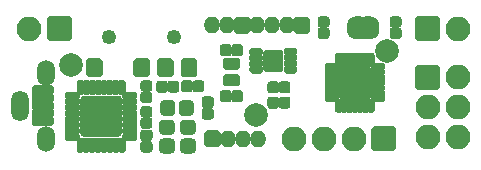
<source format=gts>
G04 #@! TF.GenerationSoftware,KiCad,Pcbnew,(5.1.9)-1*
G04 #@! TF.CreationDate,2021-05-04T20:43:57+10:00*
G04 #@! TF.ProjectId,microBoSL,6d696372-6f42-46f5-934c-2e6b69636164,0.2.0*
G04 #@! TF.SameCoordinates,Original*
G04 #@! TF.FileFunction,Soldermask,Top*
G04 #@! TF.FilePolarity,Negative*
%FSLAX46Y46*%
G04 Gerber Fmt 4.6, Leading zero omitted, Abs format (unit mm)*
G04 Created by KiCad (PCBNEW (5.1.9)-1) date 2021-05-04 20:43:57*
%MOMM*%
%LPD*%
G01*
G04 APERTURE LIST*
%ADD10C,2.000000*%
%ADD11O,1.400000X1.400000*%
%ADD12C,0.100000*%
%ADD13C,1.250000*%
%ADD14O,2.100000X2.100000*%
%ADD15O,1.500000X2.600000*%
%ADD16O,1.500000X2.200000*%
G04 APERTURE END LIST*
D10*
X132200000Y-105800000D03*
X121100000Y-111200000D03*
X105400000Y-107000000D03*
D11*
X117390000Y-103600000D03*
X118660000Y-103600000D03*
G36*
G01*
X119430000Y-102900000D02*
X120430000Y-102900000D01*
G75*
G02*
X120630000Y-103100000I0J-200000D01*
G01*
X120630000Y-104100000D01*
G75*
G02*
X120430000Y-104300000I-200000J0D01*
G01*
X119430000Y-104300000D01*
G75*
G02*
X119230000Y-104100000I0J200000D01*
G01*
X119230000Y-103100000D01*
G75*
G02*
X119430000Y-102900000I200000J0D01*
G01*
G37*
X121210000Y-113200000D03*
X119940000Y-113200000D03*
X118670000Y-113200000D03*
G36*
G01*
X117900000Y-113900000D02*
X116900000Y-113900000D01*
G75*
G02*
X116700000Y-113700000I0J200000D01*
G01*
X116700000Y-112700000D01*
G75*
G02*
X116900000Y-112500000I200000J0D01*
G01*
X117900000Y-112500000D01*
G75*
G02*
X118100000Y-112700000I0J-200000D01*
G01*
X118100000Y-113700000D01*
G75*
G02*
X117900000Y-113900000I-200000J0D01*
G01*
G37*
X121130000Y-103600000D03*
X122400000Y-103600000D03*
X123670000Y-103600000D03*
G36*
G01*
X124440000Y-102900000D02*
X125440000Y-102900000D01*
G75*
G02*
X125640000Y-103100000I0J-200000D01*
G01*
X125640000Y-104100000D01*
G75*
G02*
X125440000Y-104300000I-200000J0D01*
G01*
X124440000Y-104300000D01*
G75*
G02*
X124240000Y-104100000I0J200000D01*
G01*
X124240000Y-103100000D01*
G75*
G02*
X124440000Y-102900000I200000J0D01*
G01*
G37*
G36*
G01*
X118450000Y-107750000D02*
X119550000Y-107750000D01*
G75*
G02*
X119750000Y-107950000I0J-200000D01*
G01*
X119750000Y-108550000D01*
G75*
G02*
X119550000Y-108750000I-200000J0D01*
G01*
X118450000Y-108750000D01*
G75*
G02*
X118250000Y-108550000I0J200000D01*
G01*
X118250000Y-107950000D01*
G75*
G02*
X118450000Y-107750000I200000J0D01*
G01*
G37*
G36*
G01*
X118450000Y-106350000D02*
X119550000Y-106350000D01*
G75*
G02*
X119750000Y-106550000I0J-200000D01*
G01*
X119750000Y-107150000D01*
G75*
G02*
X119550000Y-107350000I-200000J0D01*
G01*
X118450000Y-107350000D01*
G75*
G02*
X118250000Y-107150000I0J200000D01*
G01*
X118250000Y-106550000D01*
G75*
G02*
X118450000Y-106350000I200000J0D01*
G01*
G37*
G36*
G01*
X128050000Y-109650000D02*
X128050000Y-107250000D01*
G75*
G02*
X128250000Y-107050000I200000J0D01*
G01*
X130650000Y-107050000D01*
G75*
G02*
X130850000Y-107250000I0J-200000D01*
G01*
X130850000Y-109650000D01*
G75*
G02*
X130650000Y-109850000I-200000J0D01*
G01*
X128250000Y-109850000D01*
G75*
G02*
X128050000Y-109650000I0J200000D01*
G01*
G37*
D12*
G36*
X128182105Y-105900963D02*
G01*
X128194298Y-105902164D01*
X128232754Y-105909814D01*
X128244479Y-105913371D01*
X128280692Y-105928371D01*
X128291497Y-105934146D01*
X128324105Y-105955934D01*
X128333576Y-105963707D01*
X128361293Y-105991424D01*
X128369066Y-106000895D01*
X128390854Y-106033503D01*
X128396629Y-106044308D01*
X128411629Y-106080521D01*
X128415186Y-106092246D01*
X128422836Y-106130702D01*
X128424037Y-106142895D01*
X128425000Y-106162500D01*
X128425000Y-106837500D01*
X128424037Y-106857105D01*
X128422836Y-106869298D01*
X128415186Y-106907754D01*
X128411629Y-106919479D01*
X128396629Y-106955692D01*
X128390854Y-106966497D01*
X128369066Y-106999105D01*
X128361293Y-107008576D01*
X128333576Y-107036293D01*
X128324105Y-107044066D01*
X128291497Y-107065854D01*
X128280692Y-107071629D01*
X128244479Y-107086629D01*
X128232754Y-107090186D01*
X128194298Y-107097836D01*
X128182105Y-107099037D01*
X128162500Y-107100000D01*
X128100888Y-107100000D01*
X128081283Y-107099037D01*
X128069090Y-107097836D01*
X128030634Y-107090186D01*
X128018909Y-107086629D01*
X127982696Y-107071629D01*
X127971891Y-107065854D01*
X127939283Y-107044066D01*
X127929812Y-107036293D01*
X127915273Y-107023115D01*
X127851885Y-106959727D01*
X127838707Y-106945188D01*
X127830934Y-106935717D01*
X127809146Y-106903109D01*
X127803371Y-106892304D01*
X127788371Y-106856091D01*
X127784814Y-106844366D01*
X127777164Y-106805910D01*
X127775963Y-106793717D01*
X127775000Y-106774112D01*
X127775000Y-106162500D01*
X127775963Y-106142895D01*
X127777164Y-106130702D01*
X127784814Y-106092246D01*
X127788371Y-106080521D01*
X127803371Y-106044308D01*
X127809146Y-106033503D01*
X127830934Y-106000895D01*
X127838707Y-105991424D01*
X127866424Y-105963707D01*
X127875895Y-105955934D01*
X127908503Y-105934146D01*
X127919308Y-105928371D01*
X127955521Y-105913371D01*
X127967246Y-105909814D01*
X128005702Y-105902164D01*
X128017895Y-105900963D01*
X128037500Y-105900000D01*
X128162500Y-105900000D01*
X128182105Y-105900963D01*
G37*
G36*
G01*
X128225000Y-106937500D02*
X128225000Y-106062500D01*
G75*
G02*
X128387500Y-105900000I162500J0D01*
G01*
X128712500Y-105900000D01*
G75*
G02*
X128875000Y-106062500I0J-162500D01*
G01*
X128875000Y-106937500D01*
G75*
G02*
X128712500Y-107100000I-162500J0D01*
G01*
X128387500Y-107100000D01*
G75*
G02*
X128225000Y-106937500I0J162500D01*
G01*
G37*
G36*
G01*
X128675000Y-106937500D02*
X128675000Y-106062500D01*
G75*
G02*
X128837500Y-105900000I162500J0D01*
G01*
X129162500Y-105900000D01*
G75*
G02*
X129325000Y-106062500I0J-162500D01*
G01*
X129325000Y-106937500D01*
G75*
G02*
X129162500Y-107100000I-162500J0D01*
G01*
X128837500Y-107100000D01*
G75*
G02*
X128675000Y-106937500I0J162500D01*
G01*
G37*
G36*
G01*
X129125000Y-106937500D02*
X129125000Y-106062500D01*
G75*
G02*
X129287500Y-105900000I162500J0D01*
G01*
X129612500Y-105900000D01*
G75*
G02*
X129775000Y-106062500I0J-162500D01*
G01*
X129775000Y-106937500D01*
G75*
G02*
X129612500Y-107100000I-162500J0D01*
G01*
X129287500Y-107100000D01*
G75*
G02*
X129125000Y-106937500I0J162500D01*
G01*
G37*
G36*
G01*
X129575000Y-106937500D02*
X129575000Y-106062500D01*
G75*
G02*
X129737500Y-105900000I162500J0D01*
G01*
X130062500Y-105900000D01*
G75*
G02*
X130225000Y-106062500I0J-162500D01*
G01*
X130225000Y-106937500D01*
G75*
G02*
X130062500Y-107100000I-162500J0D01*
G01*
X129737500Y-107100000D01*
G75*
G02*
X129575000Y-106937500I0J162500D01*
G01*
G37*
G36*
G01*
X130025000Y-106937500D02*
X130025000Y-106062500D01*
G75*
G02*
X130187500Y-105900000I162500J0D01*
G01*
X130512500Y-105900000D01*
G75*
G02*
X130675000Y-106062500I0J-162500D01*
G01*
X130675000Y-106937500D01*
G75*
G02*
X130512500Y-107100000I-162500J0D01*
G01*
X130187500Y-107100000D01*
G75*
G02*
X130025000Y-106937500I0J162500D01*
G01*
G37*
G36*
X130882105Y-105900963D02*
G01*
X130894298Y-105902164D01*
X130932754Y-105909814D01*
X130944479Y-105913371D01*
X130980692Y-105928371D01*
X130991497Y-105934146D01*
X131024105Y-105955934D01*
X131033576Y-105963707D01*
X131061293Y-105991424D01*
X131069066Y-106000895D01*
X131090854Y-106033503D01*
X131096629Y-106044308D01*
X131111629Y-106080521D01*
X131115186Y-106092246D01*
X131122836Y-106130702D01*
X131124037Y-106142895D01*
X131125000Y-106162500D01*
X131125000Y-106774112D01*
X131124037Y-106793717D01*
X131122836Y-106805910D01*
X131115186Y-106844366D01*
X131111629Y-106856091D01*
X131096629Y-106892304D01*
X131090854Y-106903109D01*
X131069066Y-106935717D01*
X131061293Y-106945188D01*
X131048115Y-106959727D01*
X130984727Y-107023115D01*
X130970188Y-107036293D01*
X130960717Y-107044066D01*
X130928109Y-107065854D01*
X130917304Y-107071629D01*
X130881091Y-107086629D01*
X130869366Y-107090186D01*
X130830910Y-107097836D01*
X130818717Y-107099037D01*
X130799112Y-107100000D01*
X130737500Y-107100000D01*
X130717895Y-107099037D01*
X130705702Y-107097836D01*
X130667246Y-107090186D01*
X130655521Y-107086629D01*
X130619308Y-107071629D01*
X130608503Y-107065854D01*
X130575895Y-107044066D01*
X130566424Y-107036293D01*
X130538707Y-107008576D01*
X130530934Y-106999105D01*
X130509146Y-106966497D01*
X130503371Y-106955692D01*
X130488371Y-106919479D01*
X130484814Y-106907754D01*
X130477164Y-106869298D01*
X130475963Y-106857105D01*
X130475000Y-106837500D01*
X130475000Y-106162500D01*
X130475963Y-106142895D01*
X130477164Y-106130702D01*
X130484814Y-106092246D01*
X130488371Y-106080521D01*
X130503371Y-106044308D01*
X130509146Y-106033503D01*
X130530934Y-106000895D01*
X130538707Y-105991424D01*
X130566424Y-105963707D01*
X130575895Y-105955934D01*
X130608503Y-105934146D01*
X130619308Y-105928371D01*
X130655521Y-105913371D01*
X130667246Y-105909814D01*
X130705702Y-105902164D01*
X130717895Y-105900963D01*
X130737500Y-105900000D01*
X130862500Y-105900000D01*
X130882105Y-105900963D01*
G37*
G36*
X131757105Y-106775963D02*
G01*
X131769298Y-106777164D01*
X131807754Y-106784814D01*
X131819479Y-106788371D01*
X131855692Y-106803371D01*
X131866497Y-106809146D01*
X131899105Y-106830934D01*
X131908576Y-106838707D01*
X131936293Y-106866424D01*
X131944066Y-106875895D01*
X131965854Y-106908503D01*
X131971629Y-106919308D01*
X131986629Y-106955521D01*
X131990186Y-106967246D01*
X131997836Y-107005702D01*
X131999037Y-107017895D01*
X132000000Y-107037500D01*
X132000000Y-107162500D01*
X131999037Y-107182105D01*
X131997836Y-107194298D01*
X131990186Y-107232754D01*
X131986629Y-107244479D01*
X131971629Y-107280692D01*
X131965854Y-107291497D01*
X131944066Y-107324105D01*
X131936293Y-107333576D01*
X131908576Y-107361293D01*
X131899105Y-107369066D01*
X131866497Y-107390854D01*
X131855692Y-107396629D01*
X131819479Y-107411629D01*
X131807754Y-107415186D01*
X131769298Y-107422836D01*
X131757105Y-107424037D01*
X131737500Y-107425000D01*
X131062500Y-107425000D01*
X131042895Y-107424037D01*
X131030702Y-107422836D01*
X130992246Y-107415186D01*
X130980521Y-107411629D01*
X130944308Y-107396629D01*
X130933503Y-107390854D01*
X130900895Y-107369066D01*
X130891424Y-107361293D01*
X130863707Y-107333576D01*
X130855934Y-107324105D01*
X130834146Y-107291497D01*
X130828371Y-107280692D01*
X130813371Y-107244479D01*
X130809814Y-107232754D01*
X130802164Y-107194298D01*
X130800963Y-107182105D01*
X130800000Y-107162500D01*
X130800000Y-107100888D01*
X130800963Y-107081283D01*
X130802164Y-107069090D01*
X130809814Y-107030634D01*
X130813371Y-107018909D01*
X130828371Y-106982696D01*
X130834146Y-106971891D01*
X130855934Y-106939283D01*
X130863707Y-106929812D01*
X130876885Y-106915273D01*
X130940273Y-106851885D01*
X130954812Y-106838707D01*
X130964283Y-106830934D01*
X130996891Y-106809146D01*
X131007696Y-106803371D01*
X131043909Y-106788371D01*
X131055634Y-106784814D01*
X131094090Y-106777164D01*
X131106283Y-106775963D01*
X131125888Y-106775000D01*
X131737500Y-106775000D01*
X131757105Y-106775963D01*
G37*
G36*
G01*
X130800000Y-107712500D02*
X130800000Y-107387500D01*
G75*
G02*
X130962500Y-107225000I162500J0D01*
G01*
X131837500Y-107225000D01*
G75*
G02*
X132000000Y-107387500I0J-162500D01*
G01*
X132000000Y-107712500D01*
G75*
G02*
X131837500Y-107875000I-162500J0D01*
G01*
X130962500Y-107875000D01*
G75*
G02*
X130800000Y-107712500I0J162500D01*
G01*
G37*
G36*
G01*
X130800000Y-108162500D02*
X130800000Y-107837500D01*
G75*
G02*
X130962500Y-107675000I162500J0D01*
G01*
X131837500Y-107675000D01*
G75*
G02*
X132000000Y-107837500I0J-162500D01*
G01*
X132000000Y-108162500D01*
G75*
G02*
X131837500Y-108325000I-162500J0D01*
G01*
X130962500Y-108325000D01*
G75*
G02*
X130800000Y-108162500I0J162500D01*
G01*
G37*
G36*
G01*
X130800000Y-108612500D02*
X130800000Y-108287500D01*
G75*
G02*
X130962500Y-108125000I162500J0D01*
G01*
X131837500Y-108125000D01*
G75*
G02*
X132000000Y-108287500I0J-162500D01*
G01*
X132000000Y-108612500D01*
G75*
G02*
X131837500Y-108775000I-162500J0D01*
G01*
X130962500Y-108775000D01*
G75*
G02*
X130800000Y-108612500I0J162500D01*
G01*
G37*
G36*
G01*
X130800000Y-109062500D02*
X130800000Y-108737500D01*
G75*
G02*
X130962500Y-108575000I162500J0D01*
G01*
X131837500Y-108575000D01*
G75*
G02*
X132000000Y-108737500I0J-162500D01*
G01*
X132000000Y-109062500D01*
G75*
G02*
X131837500Y-109225000I-162500J0D01*
G01*
X130962500Y-109225000D01*
G75*
G02*
X130800000Y-109062500I0J162500D01*
G01*
G37*
G36*
G01*
X130800000Y-109512500D02*
X130800000Y-109187500D01*
G75*
G02*
X130962500Y-109025000I162500J0D01*
G01*
X131837500Y-109025000D01*
G75*
G02*
X132000000Y-109187500I0J-162500D01*
G01*
X132000000Y-109512500D01*
G75*
G02*
X131837500Y-109675000I-162500J0D01*
G01*
X130962500Y-109675000D01*
G75*
G02*
X130800000Y-109512500I0J162500D01*
G01*
G37*
G36*
X131757105Y-109475963D02*
G01*
X131769298Y-109477164D01*
X131807754Y-109484814D01*
X131819479Y-109488371D01*
X131855692Y-109503371D01*
X131866497Y-109509146D01*
X131899105Y-109530934D01*
X131908576Y-109538707D01*
X131936293Y-109566424D01*
X131944066Y-109575895D01*
X131965854Y-109608503D01*
X131971629Y-109619308D01*
X131986629Y-109655521D01*
X131990186Y-109667246D01*
X131997836Y-109705702D01*
X131999037Y-109717895D01*
X132000000Y-109737500D01*
X132000000Y-109862500D01*
X131999037Y-109882105D01*
X131997836Y-109894298D01*
X131990186Y-109932754D01*
X131986629Y-109944479D01*
X131971629Y-109980692D01*
X131965854Y-109991497D01*
X131944066Y-110024105D01*
X131936293Y-110033576D01*
X131908576Y-110061293D01*
X131899105Y-110069066D01*
X131866497Y-110090854D01*
X131855692Y-110096629D01*
X131819479Y-110111629D01*
X131807754Y-110115186D01*
X131769298Y-110122836D01*
X131757105Y-110124037D01*
X131737500Y-110125000D01*
X131125888Y-110125000D01*
X131106283Y-110124037D01*
X131094090Y-110122836D01*
X131055634Y-110115186D01*
X131043909Y-110111629D01*
X131007696Y-110096629D01*
X130996891Y-110090854D01*
X130964283Y-110069066D01*
X130954812Y-110061293D01*
X130940273Y-110048115D01*
X130876885Y-109984727D01*
X130863707Y-109970188D01*
X130855934Y-109960717D01*
X130834146Y-109928109D01*
X130828371Y-109917304D01*
X130813371Y-109881091D01*
X130809814Y-109869366D01*
X130802164Y-109830910D01*
X130800963Y-109818717D01*
X130800000Y-109799112D01*
X130800000Y-109737500D01*
X130800963Y-109717895D01*
X130802164Y-109705702D01*
X130809814Y-109667246D01*
X130813371Y-109655521D01*
X130828371Y-109619308D01*
X130834146Y-109608503D01*
X130855934Y-109575895D01*
X130863707Y-109566424D01*
X130891424Y-109538707D01*
X130900895Y-109530934D01*
X130933503Y-109509146D01*
X130944308Y-109503371D01*
X130980521Y-109488371D01*
X130992246Y-109484814D01*
X131030702Y-109477164D01*
X131042895Y-109475963D01*
X131062500Y-109475000D01*
X131737500Y-109475000D01*
X131757105Y-109475963D01*
G37*
G36*
X130818717Y-109800963D02*
G01*
X130830910Y-109802164D01*
X130869366Y-109809814D01*
X130881091Y-109813371D01*
X130917304Y-109828371D01*
X130928109Y-109834146D01*
X130960717Y-109855934D01*
X130970188Y-109863707D01*
X130984727Y-109876885D01*
X131048115Y-109940273D01*
X131061293Y-109954812D01*
X131069066Y-109964283D01*
X131090854Y-109996891D01*
X131096629Y-110007696D01*
X131111629Y-110043909D01*
X131115186Y-110055634D01*
X131122836Y-110094090D01*
X131124037Y-110106283D01*
X131125000Y-110125888D01*
X131125000Y-110737500D01*
X131124037Y-110757105D01*
X131122836Y-110769298D01*
X131115186Y-110807754D01*
X131111629Y-110819479D01*
X131096629Y-110855692D01*
X131090854Y-110866497D01*
X131069066Y-110899105D01*
X131061293Y-110908576D01*
X131033576Y-110936293D01*
X131024105Y-110944066D01*
X130991497Y-110965854D01*
X130980692Y-110971629D01*
X130944479Y-110986629D01*
X130932754Y-110990186D01*
X130894298Y-110997836D01*
X130882105Y-110999037D01*
X130862500Y-111000000D01*
X130737500Y-111000000D01*
X130717895Y-110999037D01*
X130705702Y-110997836D01*
X130667246Y-110990186D01*
X130655521Y-110986629D01*
X130619308Y-110971629D01*
X130608503Y-110965854D01*
X130575895Y-110944066D01*
X130566424Y-110936293D01*
X130538707Y-110908576D01*
X130530934Y-110899105D01*
X130509146Y-110866497D01*
X130503371Y-110855692D01*
X130488371Y-110819479D01*
X130484814Y-110807754D01*
X130477164Y-110769298D01*
X130475963Y-110757105D01*
X130475000Y-110737500D01*
X130475000Y-110062500D01*
X130475963Y-110042895D01*
X130477164Y-110030702D01*
X130484814Y-109992246D01*
X130488371Y-109980521D01*
X130503371Y-109944308D01*
X130509146Y-109933503D01*
X130530934Y-109900895D01*
X130538707Y-109891424D01*
X130566424Y-109863707D01*
X130575895Y-109855934D01*
X130608503Y-109834146D01*
X130619308Y-109828371D01*
X130655521Y-109813371D01*
X130667246Y-109809814D01*
X130705702Y-109802164D01*
X130717895Y-109800963D01*
X130737500Y-109800000D01*
X130799112Y-109800000D01*
X130818717Y-109800963D01*
G37*
G36*
G01*
X130025000Y-110837500D02*
X130025000Y-109962500D01*
G75*
G02*
X130187500Y-109800000I162500J0D01*
G01*
X130512500Y-109800000D01*
G75*
G02*
X130675000Y-109962500I0J-162500D01*
G01*
X130675000Y-110837500D01*
G75*
G02*
X130512500Y-111000000I-162500J0D01*
G01*
X130187500Y-111000000D01*
G75*
G02*
X130025000Y-110837500I0J162500D01*
G01*
G37*
G36*
G01*
X129575000Y-110837500D02*
X129575000Y-109962500D01*
G75*
G02*
X129737500Y-109800000I162500J0D01*
G01*
X130062500Y-109800000D01*
G75*
G02*
X130225000Y-109962500I0J-162500D01*
G01*
X130225000Y-110837500D01*
G75*
G02*
X130062500Y-111000000I-162500J0D01*
G01*
X129737500Y-111000000D01*
G75*
G02*
X129575000Y-110837500I0J162500D01*
G01*
G37*
G36*
G01*
X129125000Y-110837500D02*
X129125000Y-109962500D01*
G75*
G02*
X129287500Y-109800000I162500J0D01*
G01*
X129612500Y-109800000D01*
G75*
G02*
X129775000Y-109962500I0J-162500D01*
G01*
X129775000Y-110837500D01*
G75*
G02*
X129612500Y-111000000I-162500J0D01*
G01*
X129287500Y-111000000D01*
G75*
G02*
X129125000Y-110837500I0J162500D01*
G01*
G37*
G36*
G01*
X128675000Y-110837500D02*
X128675000Y-109962500D01*
G75*
G02*
X128837500Y-109800000I162500J0D01*
G01*
X129162500Y-109800000D01*
G75*
G02*
X129325000Y-109962500I0J-162500D01*
G01*
X129325000Y-110837500D01*
G75*
G02*
X129162500Y-111000000I-162500J0D01*
G01*
X128837500Y-111000000D01*
G75*
G02*
X128675000Y-110837500I0J162500D01*
G01*
G37*
G36*
G01*
X128225000Y-110837500D02*
X128225000Y-109962500D01*
G75*
G02*
X128387500Y-109800000I162500J0D01*
G01*
X128712500Y-109800000D01*
G75*
G02*
X128875000Y-109962500I0J-162500D01*
G01*
X128875000Y-110837500D01*
G75*
G02*
X128712500Y-111000000I-162500J0D01*
G01*
X128387500Y-111000000D01*
G75*
G02*
X128225000Y-110837500I0J162500D01*
G01*
G37*
G36*
X128182105Y-109800963D02*
G01*
X128194298Y-109802164D01*
X128232754Y-109809814D01*
X128244479Y-109813371D01*
X128280692Y-109828371D01*
X128291497Y-109834146D01*
X128324105Y-109855934D01*
X128333576Y-109863707D01*
X128361293Y-109891424D01*
X128369066Y-109900895D01*
X128390854Y-109933503D01*
X128396629Y-109944308D01*
X128411629Y-109980521D01*
X128415186Y-109992246D01*
X128422836Y-110030702D01*
X128424037Y-110042895D01*
X128425000Y-110062500D01*
X128425000Y-110737500D01*
X128424037Y-110757105D01*
X128422836Y-110769298D01*
X128415186Y-110807754D01*
X128411629Y-110819479D01*
X128396629Y-110855692D01*
X128390854Y-110866497D01*
X128369066Y-110899105D01*
X128361293Y-110908576D01*
X128333576Y-110936293D01*
X128324105Y-110944066D01*
X128291497Y-110965854D01*
X128280692Y-110971629D01*
X128244479Y-110986629D01*
X128232754Y-110990186D01*
X128194298Y-110997836D01*
X128182105Y-110999037D01*
X128162500Y-111000000D01*
X128037500Y-111000000D01*
X128017895Y-110999037D01*
X128005702Y-110997836D01*
X127967246Y-110990186D01*
X127955521Y-110986629D01*
X127919308Y-110971629D01*
X127908503Y-110965854D01*
X127875895Y-110944066D01*
X127866424Y-110936293D01*
X127838707Y-110908576D01*
X127830934Y-110899105D01*
X127809146Y-110866497D01*
X127803371Y-110855692D01*
X127788371Y-110819479D01*
X127784814Y-110807754D01*
X127777164Y-110769298D01*
X127775963Y-110757105D01*
X127775000Y-110737500D01*
X127775000Y-110125888D01*
X127775963Y-110106283D01*
X127777164Y-110094090D01*
X127784814Y-110055634D01*
X127788371Y-110043909D01*
X127803371Y-110007696D01*
X127809146Y-109996891D01*
X127830934Y-109964283D01*
X127838707Y-109954812D01*
X127851885Y-109940273D01*
X127915273Y-109876885D01*
X127929812Y-109863707D01*
X127939283Y-109855934D01*
X127971891Y-109834146D01*
X127982696Y-109828371D01*
X128018909Y-109813371D01*
X128030634Y-109809814D01*
X128069090Y-109802164D01*
X128081283Y-109800963D01*
X128100888Y-109800000D01*
X128162500Y-109800000D01*
X128182105Y-109800963D01*
G37*
G36*
X127857105Y-109475963D02*
G01*
X127869298Y-109477164D01*
X127907754Y-109484814D01*
X127919479Y-109488371D01*
X127955692Y-109503371D01*
X127966497Y-109509146D01*
X127999105Y-109530934D01*
X128008576Y-109538707D01*
X128036293Y-109566424D01*
X128044066Y-109575895D01*
X128065854Y-109608503D01*
X128071629Y-109619308D01*
X128086629Y-109655521D01*
X128090186Y-109667246D01*
X128097836Y-109705702D01*
X128099037Y-109717895D01*
X128100000Y-109737500D01*
X128100000Y-109799112D01*
X128099037Y-109818717D01*
X128097836Y-109830910D01*
X128090186Y-109869366D01*
X128086629Y-109881091D01*
X128071629Y-109917304D01*
X128065854Y-109928109D01*
X128044066Y-109960717D01*
X128036293Y-109970188D01*
X128023115Y-109984727D01*
X127959727Y-110048115D01*
X127945188Y-110061293D01*
X127935717Y-110069066D01*
X127903109Y-110090854D01*
X127892304Y-110096629D01*
X127856091Y-110111629D01*
X127844366Y-110115186D01*
X127805910Y-110122836D01*
X127793717Y-110124037D01*
X127774112Y-110125000D01*
X127162500Y-110125000D01*
X127142895Y-110124037D01*
X127130702Y-110122836D01*
X127092246Y-110115186D01*
X127080521Y-110111629D01*
X127044308Y-110096629D01*
X127033503Y-110090854D01*
X127000895Y-110069066D01*
X126991424Y-110061293D01*
X126963707Y-110033576D01*
X126955934Y-110024105D01*
X126934146Y-109991497D01*
X126928371Y-109980692D01*
X126913371Y-109944479D01*
X126909814Y-109932754D01*
X126902164Y-109894298D01*
X126900963Y-109882105D01*
X126900000Y-109862500D01*
X126900000Y-109737500D01*
X126900963Y-109717895D01*
X126902164Y-109705702D01*
X126909814Y-109667246D01*
X126913371Y-109655521D01*
X126928371Y-109619308D01*
X126934146Y-109608503D01*
X126955934Y-109575895D01*
X126963707Y-109566424D01*
X126991424Y-109538707D01*
X127000895Y-109530934D01*
X127033503Y-109509146D01*
X127044308Y-109503371D01*
X127080521Y-109488371D01*
X127092246Y-109484814D01*
X127130702Y-109477164D01*
X127142895Y-109475963D01*
X127162500Y-109475000D01*
X127837500Y-109475000D01*
X127857105Y-109475963D01*
G37*
G36*
G01*
X126900000Y-109512500D02*
X126900000Y-109187500D01*
G75*
G02*
X127062500Y-109025000I162500J0D01*
G01*
X127937500Y-109025000D01*
G75*
G02*
X128100000Y-109187500I0J-162500D01*
G01*
X128100000Y-109512500D01*
G75*
G02*
X127937500Y-109675000I-162500J0D01*
G01*
X127062500Y-109675000D01*
G75*
G02*
X126900000Y-109512500I0J162500D01*
G01*
G37*
G36*
G01*
X126900000Y-109062500D02*
X126900000Y-108737500D01*
G75*
G02*
X127062500Y-108575000I162500J0D01*
G01*
X127937500Y-108575000D01*
G75*
G02*
X128100000Y-108737500I0J-162500D01*
G01*
X128100000Y-109062500D01*
G75*
G02*
X127937500Y-109225000I-162500J0D01*
G01*
X127062500Y-109225000D01*
G75*
G02*
X126900000Y-109062500I0J162500D01*
G01*
G37*
G36*
G01*
X126900000Y-108612500D02*
X126900000Y-108287500D01*
G75*
G02*
X127062500Y-108125000I162500J0D01*
G01*
X127937500Y-108125000D01*
G75*
G02*
X128100000Y-108287500I0J-162500D01*
G01*
X128100000Y-108612500D01*
G75*
G02*
X127937500Y-108775000I-162500J0D01*
G01*
X127062500Y-108775000D01*
G75*
G02*
X126900000Y-108612500I0J162500D01*
G01*
G37*
G36*
G01*
X126900000Y-108162500D02*
X126900000Y-107837500D01*
G75*
G02*
X127062500Y-107675000I162500J0D01*
G01*
X127937500Y-107675000D01*
G75*
G02*
X128100000Y-107837500I0J-162500D01*
G01*
X128100000Y-108162500D01*
G75*
G02*
X127937500Y-108325000I-162500J0D01*
G01*
X127062500Y-108325000D01*
G75*
G02*
X126900000Y-108162500I0J162500D01*
G01*
G37*
G36*
G01*
X126900000Y-107712500D02*
X126900000Y-107387500D01*
G75*
G02*
X127062500Y-107225000I162500J0D01*
G01*
X127937500Y-107225000D01*
G75*
G02*
X128100000Y-107387500I0J-162500D01*
G01*
X128100000Y-107712500D01*
G75*
G02*
X127937500Y-107875000I-162500J0D01*
G01*
X127062500Y-107875000D01*
G75*
G02*
X126900000Y-107712500I0J162500D01*
G01*
G37*
G36*
X127793717Y-106775963D02*
G01*
X127805910Y-106777164D01*
X127844366Y-106784814D01*
X127856091Y-106788371D01*
X127892304Y-106803371D01*
X127903109Y-106809146D01*
X127935717Y-106830934D01*
X127945188Y-106838707D01*
X127959727Y-106851885D01*
X128023115Y-106915273D01*
X128036293Y-106929812D01*
X128044066Y-106939283D01*
X128065854Y-106971891D01*
X128071629Y-106982696D01*
X128086629Y-107018909D01*
X128090186Y-107030634D01*
X128097836Y-107069090D01*
X128099037Y-107081283D01*
X128100000Y-107100888D01*
X128100000Y-107162500D01*
X128099037Y-107182105D01*
X128097836Y-107194298D01*
X128090186Y-107232754D01*
X128086629Y-107244479D01*
X128071629Y-107280692D01*
X128065854Y-107291497D01*
X128044066Y-107324105D01*
X128036293Y-107333576D01*
X128008576Y-107361293D01*
X127999105Y-107369066D01*
X127966497Y-107390854D01*
X127955692Y-107396629D01*
X127919479Y-107411629D01*
X127907754Y-107415186D01*
X127869298Y-107422836D01*
X127857105Y-107424037D01*
X127837500Y-107425000D01*
X127162500Y-107425000D01*
X127142895Y-107424037D01*
X127130702Y-107422836D01*
X127092246Y-107415186D01*
X127080521Y-107411629D01*
X127044308Y-107396629D01*
X127033503Y-107390854D01*
X127000895Y-107369066D01*
X126991424Y-107361293D01*
X126963707Y-107333576D01*
X126955934Y-107324105D01*
X126934146Y-107291497D01*
X126928371Y-107280692D01*
X126913371Y-107244479D01*
X126909814Y-107232754D01*
X126902164Y-107194298D01*
X126900963Y-107182105D01*
X126900000Y-107162500D01*
X126900000Y-107037500D01*
X126900963Y-107017895D01*
X126902164Y-107005702D01*
X126909814Y-106967246D01*
X126913371Y-106955521D01*
X126928371Y-106919308D01*
X126934146Y-106908503D01*
X126955934Y-106875895D01*
X126963707Y-106866424D01*
X126991424Y-106838707D01*
X127000895Y-106830934D01*
X127033503Y-106809146D01*
X127044308Y-106803371D01*
X127080521Y-106788371D01*
X127092246Y-106784814D01*
X127130702Y-106777164D01*
X127142895Y-106775963D01*
X127162500Y-106775000D01*
X127774112Y-106775000D01*
X127793717Y-106775963D01*
G37*
G36*
G01*
X116100000Y-106600000D02*
X116100000Y-107800000D01*
G75*
G02*
X115900000Y-108000000I-200000J0D01*
G01*
X114900000Y-108000000D01*
G75*
G02*
X114700000Y-107800000I0J200000D01*
G01*
X114700000Y-106600000D01*
G75*
G02*
X114900000Y-106400000I200000J0D01*
G01*
X115900000Y-106400000D01*
G75*
G02*
X116100000Y-106600000I0J-200000D01*
G01*
G37*
G36*
G01*
X114100000Y-106600000D02*
X114100000Y-107800000D01*
G75*
G02*
X113900000Y-108000000I-200000J0D01*
G01*
X112900000Y-108000000D01*
G75*
G02*
X112700000Y-107800000I0J200000D01*
G01*
X112700000Y-106600000D01*
G75*
G02*
X112900000Y-106400000I200000J0D01*
G01*
X113900000Y-106400000D01*
G75*
G02*
X114100000Y-106600000I0J-200000D01*
G01*
G37*
G36*
G01*
X108100000Y-106600000D02*
X108100000Y-107800000D01*
G75*
G02*
X107900000Y-108000000I-200000J0D01*
G01*
X106900000Y-108000000D01*
G75*
G02*
X106700000Y-107800000I0J200000D01*
G01*
X106700000Y-106600000D01*
G75*
G02*
X106900000Y-106400000I200000J0D01*
G01*
X107900000Y-106400000D01*
G75*
G02*
X108100000Y-106600000I0J-200000D01*
G01*
G37*
G36*
G01*
X112100000Y-106600000D02*
X112100000Y-107800000D01*
G75*
G02*
X111900000Y-108000000I-200000J0D01*
G01*
X110900000Y-108000000D01*
G75*
G02*
X110700000Y-107800000I0J200000D01*
G01*
X110700000Y-106600000D01*
G75*
G02*
X110900000Y-106400000I200000J0D01*
G01*
X111900000Y-106400000D01*
G75*
G02*
X112100000Y-106600000I0J-200000D01*
G01*
G37*
D13*
X114150000Y-104600000D03*
X108650000Y-104600000D03*
D12*
G36*
X129493888Y-104749398D02*
G01*
X129475466Y-104749398D01*
X129455860Y-104748435D01*
X129407029Y-104743625D01*
X129387620Y-104740746D01*
X129339495Y-104731174D01*
X129320452Y-104726404D01*
X129273497Y-104712160D01*
X129255020Y-104705549D01*
X129209687Y-104686772D01*
X129191939Y-104678377D01*
X129148666Y-104655246D01*
X129131838Y-104645160D01*
X129091039Y-104617900D01*
X129075270Y-104606205D01*
X129037341Y-104575077D01*
X129022800Y-104561897D01*
X128988103Y-104527200D01*
X128974923Y-104512659D01*
X128943795Y-104474730D01*
X128932100Y-104458961D01*
X128904840Y-104418162D01*
X128894754Y-104401334D01*
X128871623Y-104358061D01*
X128863228Y-104340313D01*
X128844451Y-104294980D01*
X128837840Y-104276503D01*
X128823596Y-104229548D01*
X128818826Y-104210505D01*
X128809254Y-104162380D01*
X128806375Y-104142971D01*
X128801565Y-104094140D01*
X128800602Y-104074534D01*
X128800602Y-104056112D01*
X128800000Y-104050000D01*
X128800000Y-103550000D01*
X128800602Y-103543888D01*
X128800602Y-103525466D01*
X128801565Y-103505860D01*
X128806375Y-103457029D01*
X128809254Y-103437620D01*
X128818826Y-103389495D01*
X128823596Y-103370452D01*
X128837840Y-103323497D01*
X128844451Y-103305020D01*
X128863228Y-103259687D01*
X128871623Y-103241939D01*
X128894754Y-103198666D01*
X128904840Y-103181838D01*
X128932100Y-103141039D01*
X128943795Y-103125270D01*
X128974923Y-103087341D01*
X128988103Y-103072800D01*
X129022800Y-103038103D01*
X129037341Y-103024923D01*
X129075270Y-102993795D01*
X129091039Y-102982100D01*
X129131838Y-102954840D01*
X129148666Y-102944754D01*
X129191939Y-102921623D01*
X129209687Y-102913228D01*
X129255020Y-102894451D01*
X129273497Y-102887840D01*
X129320452Y-102873596D01*
X129339495Y-102868826D01*
X129387620Y-102859254D01*
X129407029Y-102856375D01*
X129455860Y-102851565D01*
X129475466Y-102850602D01*
X129493888Y-102850602D01*
X129500000Y-102850000D01*
X130000000Y-102850000D01*
X130039018Y-102853843D01*
X130076537Y-102865224D01*
X130111114Y-102883706D01*
X130141421Y-102908579D01*
X130166294Y-102938886D01*
X130184776Y-102973463D01*
X130196157Y-103010982D01*
X130200000Y-103050000D01*
X130200000Y-104550000D01*
X130196157Y-104589018D01*
X130184776Y-104626537D01*
X130166294Y-104661114D01*
X130141421Y-104691421D01*
X130111114Y-104716294D01*
X130076537Y-104734776D01*
X130039018Y-104746157D01*
X130000000Y-104750000D01*
X129500000Y-104750000D01*
X129493888Y-104749398D01*
G37*
G36*
X130260982Y-104746157D02*
G01*
X130223463Y-104734776D01*
X130188886Y-104716294D01*
X130158579Y-104691421D01*
X130133706Y-104661114D01*
X130115224Y-104626537D01*
X130103843Y-104589018D01*
X130100000Y-104550000D01*
X130100000Y-103050000D01*
X130103843Y-103010982D01*
X130115224Y-102973463D01*
X130133706Y-102938886D01*
X130158579Y-102908579D01*
X130188886Y-102883706D01*
X130223463Y-102865224D01*
X130260982Y-102853843D01*
X130300000Y-102850000D01*
X130800000Y-102850000D01*
X130806112Y-102850602D01*
X130824534Y-102850602D01*
X130844140Y-102851565D01*
X130892971Y-102856375D01*
X130912380Y-102859254D01*
X130960505Y-102868826D01*
X130979548Y-102873596D01*
X131026503Y-102887840D01*
X131044980Y-102894451D01*
X131090313Y-102913228D01*
X131108061Y-102921623D01*
X131151334Y-102944754D01*
X131168162Y-102954840D01*
X131208961Y-102982100D01*
X131224730Y-102993795D01*
X131262659Y-103024923D01*
X131277200Y-103038103D01*
X131311897Y-103072800D01*
X131325077Y-103087341D01*
X131356205Y-103125270D01*
X131367900Y-103141039D01*
X131395160Y-103181838D01*
X131405246Y-103198666D01*
X131428377Y-103241939D01*
X131436772Y-103259687D01*
X131455549Y-103305020D01*
X131462160Y-103323497D01*
X131476404Y-103370452D01*
X131481174Y-103389495D01*
X131490746Y-103437620D01*
X131493625Y-103457029D01*
X131498435Y-103505860D01*
X131499398Y-103525466D01*
X131499398Y-103543888D01*
X131500000Y-103550000D01*
X131500000Y-104050000D01*
X131499398Y-104056112D01*
X131499398Y-104074534D01*
X131498435Y-104094140D01*
X131493625Y-104142971D01*
X131490746Y-104162380D01*
X131481174Y-104210505D01*
X131476404Y-104229548D01*
X131462160Y-104276503D01*
X131455549Y-104294980D01*
X131436772Y-104340313D01*
X131428377Y-104358061D01*
X131405246Y-104401334D01*
X131395160Y-104418162D01*
X131367900Y-104458961D01*
X131356205Y-104474730D01*
X131325077Y-104512659D01*
X131311897Y-104527200D01*
X131277200Y-104561897D01*
X131262659Y-104575077D01*
X131224730Y-104606205D01*
X131208961Y-104617900D01*
X131168162Y-104645160D01*
X131151334Y-104655246D01*
X131108061Y-104678377D01*
X131090313Y-104686772D01*
X131044980Y-104705549D01*
X131026503Y-104712160D01*
X130979548Y-104726404D01*
X130960505Y-104731174D01*
X130912380Y-104740746D01*
X130892971Y-104743625D01*
X130844140Y-104748435D01*
X130824534Y-104749398D01*
X130806112Y-104749398D01*
X130800000Y-104750000D01*
X130300000Y-104750000D01*
X130260982Y-104746157D01*
G37*
G36*
G01*
X111530000Y-111400000D02*
X112070000Y-111400000D01*
G75*
G02*
X112310000Y-111640000I0J-240000D01*
G01*
X112310000Y-112120000D01*
G75*
G02*
X112070000Y-112360000I-240000J0D01*
G01*
X111530000Y-112360000D01*
G75*
G02*
X111290000Y-112120000I0J240000D01*
G01*
X111290000Y-111640000D01*
G75*
G02*
X111530000Y-111400000I240000J0D01*
G01*
G37*
G36*
G01*
X111530000Y-110440000D02*
X112070000Y-110440000D01*
G75*
G02*
X112310000Y-110680000I0J-240000D01*
G01*
X112310000Y-111160000D01*
G75*
G02*
X112070000Y-111400000I-240000J0D01*
G01*
X111530000Y-111400000D01*
G75*
G02*
X111290000Y-111160000I0J240000D01*
G01*
X111290000Y-110680000D01*
G75*
G02*
X111530000Y-110440000I240000J0D01*
G01*
G37*
G36*
G01*
X112070000Y-109220000D02*
X111530000Y-109220000D01*
G75*
G02*
X111290000Y-108980000I0J240000D01*
G01*
X111290000Y-108500000D01*
G75*
G02*
X111530000Y-108260000I240000J0D01*
G01*
X112070000Y-108260000D01*
G75*
G02*
X112310000Y-108500000I0J-240000D01*
G01*
X112310000Y-108980000D01*
G75*
G02*
X112070000Y-109220000I-240000J0D01*
G01*
G37*
G36*
G01*
X112070000Y-110180000D02*
X111530000Y-110180000D01*
G75*
G02*
X111290000Y-109940000I0J240000D01*
G01*
X111290000Y-109460000D01*
G75*
G02*
X111530000Y-109220000I240000J0D01*
G01*
X112070000Y-109220000D01*
G75*
G02*
X112310000Y-109460000I0J-240000D01*
G01*
X112310000Y-109940000D01*
G75*
G02*
X112070000Y-110180000I-240000J0D01*
G01*
G37*
G36*
G01*
X127070000Y-103800000D02*
X126530000Y-103800000D01*
G75*
G02*
X126290000Y-103560000I0J240000D01*
G01*
X126290000Y-103080000D01*
G75*
G02*
X126530000Y-102840000I240000J0D01*
G01*
X127070000Y-102840000D01*
G75*
G02*
X127310000Y-103080000I0J-240000D01*
G01*
X127310000Y-103560000D01*
G75*
G02*
X127070000Y-103800000I-240000J0D01*
G01*
G37*
G36*
G01*
X127070000Y-104760000D02*
X126530000Y-104760000D01*
G75*
G02*
X126290000Y-104520000I0J240000D01*
G01*
X126290000Y-104040000D01*
G75*
G02*
X126530000Y-103800000I240000J0D01*
G01*
X127070000Y-103800000D01*
G75*
G02*
X127310000Y-104040000I0J-240000D01*
G01*
X127310000Y-104520000D01*
G75*
G02*
X127070000Y-104760000I-240000J0D01*
G01*
G37*
G36*
G01*
X132630000Y-103800000D02*
X133170000Y-103800000D01*
G75*
G02*
X133410000Y-104040000I0J-240000D01*
G01*
X133410000Y-104520000D01*
G75*
G02*
X133170000Y-104760000I-240000J0D01*
G01*
X132630000Y-104760000D01*
G75*
G02*
X132390000Y-104520000I0J240000D01*
G01*
X132390000Y-104040000D01*
G75*
G02*
X132630000Y-103800000I240000J0D01*
G01*
G37*
G36*
G01*
X132630000Y-102840000D02*
X133170000Y-102840000D01*
G75*
G02*
X133410000Y-103080000I0J-240000D01*
G01*
X133410000Y-103560000D01*
G75*
G02*
X133170000Y-103800000I-240000J0D01*
G01*
X132630000Y-103800000D01*
G75*
G02*
X132390000Y-103560000I0J240000D01*
G01*
X132390000Y-103080000D01*
G75*
G02*
X132630000Y-102840000I240000J0D01*
G01*
G37*
G36*
G01*
X121700000Y-107350000D02*
X121700000Y-105850000D01*
G75*
G02*
X121900000Y-105650000I200000J0D01*
G01*
X123200000Y-105650000D01*
G75*
G02*
X123400000Y-105850000I0J-200000D01*
G01*
X123400000Y-107350000D01*
G75*
G02*
X123200000Y-107550000I-200000J0D01*
G01*
X121900000Y-107550000D01*
G75*
G02*
X121700000Y-107350000I0J200000D01*
G01*
G37*
G36*
G01*
X123425000Y-106000000D02*
X123425000Y-105700000D01*
G75*
G02*
X123625000Y-105500000I200000J0D01*
G01*
X124375000Y-105500000D01*
G75*
G02*
X124575000Y-105700000I0J-200000D01*
G01*
X124575000Y-106000000D01*
G75*
G02*
X124375000Y-106200000I-200000J0D01*
G01*
X123625000Y-106200000D01*
G75*
G02*
X123425000Y-106000000I0J200000D01*
G01*
G37*
G36*
G01*
X123425000Y-106500000D02*
X123425000Y-106200000D01*
G75*
G02*
X123625000Y-106000000I200000J0D01*
G01*
X124375000Y-106000000D01*
G75*
G02*
X124575000Y-106200000I0J-200000D01*
G01*
X124575000Y-106500000D01*
G75*
G02*
X124375000Y-106700000I-200000J0D01*
G01*
X123625000Y-106700000D01*
G75*
G02*
X123425000Y-106500000I0J200000D01*
G01*
G37*
G36*
G01*
X123425000Y-107000000D02*
X123425000Y-106700000D01*
G75*
G02*
X123625000Y-106500000I200000J0D01*
G01*
X124375000Y-106500000D01*
G75*
G02*
X124575000Y-106700000I0J-200000D01*
G01*
X124575000Y-107000000D01*
G75*
G02*
X124375000Y-107200000I-200000J0D01*
G01*
X123625000Y-107200000D01*
G75*
G02*
X123425000Y-107000000I0J200000D01*
G01*
G37*
G36*
G01*
X123425000Y-107500000D02*
X123425000Y-107200000D01*
G75*
G02*
X123625000Y-107000000I200000J0D01*
G01*
X124375000Y-107000000D01*
G75*
G02*
X124575000Y-107200000I0J-200000D01*
G01*
X124575000Y-107500000D01*
G75*
G02*
X124375000Y-107700000I-200000J0D01*
G01*
X123625000Y-107700000D01*
G75*
G02*
X123425000Y-107500000I0J200000D01*
G01*
G37*
G36*
G01*
X120525000Y-107500000D02*
X120525000Y-107200000D01*
G75*
G02*
X120725000Y-107000000I200000J0D01*
G01*
X121475000Y-107000000D01*
G75*
G02*
X121675000Y-107200000I0J-200000D01*
G01*
X121675000Y-107500000D01*
G75*
G02*
X121475000Y-107700000I-200000J0D01*
G01*
X120725000Y-107700000D01*
G75*
G02*
X120525000Y-107500000I0J200000D01*
G01*
G37*
G36*
G01*
X120525000Y-107000000D02*
X120525000Y-106700000D01*
G75*
G02*
X120725000Y-106500000I200000J0D01*
G01*
X121475000Y-106500000D01*
G75*
G02*
X121675000Y-106700000I0J-200000D01*
G01*
X121675000Y-107000000D01*
G75*
G02*
X121475000Y-107200000I-200000J0D01*
G01*
X120725000Y-107200000D01*
G75*
G02*
X120525000Y-107000000I0J200000D01*
G01*
G37*
G36*
G01*
X120525000Y-106500000D02*
X120525000Y-106200000D01*
G75*
G02*
X120725000Y-106000000I200000J0D01*
G01*
X121475000Y-106000000D01*
G75*
G02*
X121675000Y-106200000I0J-200000D01*
G01*
X121675000Y-106500000D01*
G75*
G02*
X121475000Y-106700000I-200000J0D01*
G01*
X120725000Y-106700000D01*
G75*
G02*
X120525000Y-106500000I0J200000D01*
G01*
G37*
G36*
G01*
X120525000Y-106000000D02*
X120525000Y-105700000D01*
G75*
G02*
X120725000Y-105500000I200000J0D01*
G01*
X121475000Y-105500000D01*
G75*
G02*
X121675000Y-105700000I0J-200000D01*
G01*
X121675000Y-106000000D01*
G75*
G02*
X121475000Y-106200000I-200000J0D01*
G01*
X120725000Y-106200000D01*
G75*
G02*
X120525000Y-106000000I0J200000D01*
G01*
G37*
G36*
G01*
X115705000Y-109038500D02*
X115705000Y-108493500D01*
G75*
G02*
X115952500Y-108246000I247500J0D01*
G01*
X116447500Y-108246000D01*
G75*
G02*
X116695000Y-108493500I0J-247500D01*
G01*
X116695000Y-109038500D01*
G75*
G02*
X116447500Y-109286000I-247500J0D01*
G01*
X115952500Y-109286000D01*
G75*
G02*
X115705000Y-109038500I0J247500D01*
G01*
G37*
G36*
G01*
X114735000Y-109038500D02*
X114735000Y-108493500D01*
G75*
G02*
X114982500Y-108246000I247500J0D01*
G01*
X115477500Y-108246000D01*
G75*
G02*
X115725000Y-108493500I0J-247500D01*
G01*
X115725000Y-109038500D01*
G75*
G02*
X115477500Y-109286000I-247500J0D01*
G01*
X114982500Y-109286000D01*
G75*
G02*
X114735000Y-109038500I0J247500D01*
G01*
G37*
G36*
G01*
X111527500Y-113390000D02*
X112072500Y-113390000D01*
G75*
G02*
X112320000Y-113637500I0J-247500D01*
G01*
X112320000Y-114132500D01*
G75*
G02*
X112072500Y-114380000I-247500J0D01*
G01*
X111527500Y-114380000D01*
G75*
G02*
X111280000Y-114132500I0J247500D01*
G01*
X111280000Y-113637500D01*
G75*
G02*
X111527500Y-113390000I247500J0D01*
G01*
G37*
G36*
G01*
X111527500Y-112420000D02*
X112072500Y-112420000D01*
G75*
G02*
X112320000Y-112667500I0J-247500D01*
G01*
X112320000Y-113162500D01*
G75*
G02*
X112072500Y-113410000I-247500J0D01*
G01*
X111527500Y-113410000D01*
G75*
G02*
X111280000Y-113162500I0J247500D01*
G01*
X111280000Y-112667500D01*
G75*
G02*
X111527500Y-112420000I247500J0D01*
G01*
G37*
G36*
G01*
X117272500Y-110610000D02*
X116727500Y-110610000D01*
G75*
G02*
X116480000Y-110362500I0J247500D01*
G01*
X116480000Y-109867500D01*
G75*
G02*
X116727500Y-109620000I247500J0D01*
G01*
X117272500Y-109620000D01*
G75*
G02*
X117520000Y-109867500I0J-247500D01*
G01*
X117520000Y-110362500D01*
G75*
G02*
X117272500Y-110610000I-247500J0D01*
G01*
G37*
G36*
G01*
X117272500Y-111580000D02*
X116727500Y-111580000D01*
G75*
G02*
X116480000Y-111332500I0J247500D01*
G01*
X116480000Y-110837500D01*
G75*
G02*
X116727500Y-110590000I247500J0D01*
G01*
X117272500Y-110590000D01*
G75*
G02*
X117520000Y-110837500I0J-247500D01*
G01*
X117520000Y-111332500D01*
G75*
G02*
X117272500Y-111580000I-247500J0D01*
G01*
G37*
G36*
G01*
X113590000Y-109072500D02*
X113590000Y-108527500D01*
G75*
G02*
X113837500Y-108280000I247500J0D01*
G01*
X114332500Y-108280000D01*
G75*
G02*
X114580000Y-108527500I0J-247500D01*
G01*
X114580000Y-109072500D01*
G75*
G02*
X114332500Y-109320000I-247500J0D01*
G01*
X113837500Y-109320000D01*
G75*
G02*
X113590000Y-109072500I0J247500D01*
G01*
G37*
G36*
G01*
X112620000Y-109072500D02*
X112620000Y-108527500D01*
G75*
G02*
X112867500Y-108280000I247500J0D01*
G01*
X113362500Y-108280000D01*
G75*
G02*
X113610000Y-108527500I0J-247500D01*
G01*
X113610000Y-109072500D01*
G75*
G02*
X113362500Y-109320000I-247500J0D01*
G01*
X112867500Y-109320000D01*
G75*
G02*
X112620000Y-109072500I0J247500D01*
G01*
G37*
G36*
G01*
X123025000Y-108577500D02*
X123025000Y-109122500D01*
G75*
G02*
X122777500Y-109370000I-247500J0D01*
G01*
X122282500Y-109370000D01*
G75*
G02*
X122035000Y-109122500I0J247500D01*
G01*
X122035000Y-108577500D01*
G75*
G02*
X122282500Y-108330000I247500J0D01*
G01*
X122777500Y-108330000D01*
G75*
G02*
X123025000Y-108577500I0J-247500D01*
G01*
G37*
G36*
G01*
X123995000Y-108577500D02*
X123995000Y-109122500D01*
G75*
G02*
X123747500Y-109370000I-247500J0D01*
G01*
X123252500Y-109370000D01*
G75*
G02*
X123005000Y-109122500I0J247500D01*
G01*
X123005000Y-108577500D01*
G75*
G02*
X123252500Y-108330000I247500J0D01*
G01*
X123747500Y-108330000D01*
G75*
G02*
X123995000Y-108577500I0J-247500D01*
G01*
G37*
G36*
G01*
X123005000Y-110422500D02*
X123005000Y-109877500D01*
G75*
G02*
X123252500Y-109630000I247500J0D01*
G01*
X123747500Y-109630000D01*
G75*
G02*
X123995000Y-109877500I0J-247500D01*
G01*
X123995000Y-110422500D01*
G75*
G02*
X123747500Y-110670000I-247500J0D01*
G01*
X123252500Y-110670000D01*
G75*
G02*
X123005000Y-110422500I0J247500D01*
G01*
G37*
G36*
G01*
X122035000Y-110422500D02*
X122035000Y-109877500D01*
G75*
G02*
X122282500Y-109630000I247500J0D01*
G01*
X122777500Y-109630000D01*
G75*
G02*
X123025000Y-109877500I0J-247500D01*
G01*
X123025000Y-110422500D01*
G75*
G02*
X122777500Y-110670000I-247500J0D01*
G01*
X122282500Y-110670000D01*
G75*
G02*
X122035000Y-110422500I0J247500D01*
G01*
G37*
G36*
G01*
X118990000Y-109872500D02*
X118990000Y-109327500D01*
G75*
G02*
X119237500Y-109080000I247500J0D01*
G01*
X119732500Y-109080000D01*
G75*
G02*
X119980000Y-109327500I0J-247500D01*
G01*
X119980000Y-109872500D01*
G75*
G02*
X119732500Y-110120000I-247500J0D01*
G01*
X119237500Y-110120000D01*
G75*
G02*
X118990000Y-109872500I0J247500D01*
G01*
G37*
G36*
G01*
X118020000Y-109872500D02*
X118020000Y-109327500D01*
G75*
G02*
X118267500Y-109080000I247500J0D01*
G01*
X118762500Y-109080000D01*
G75*
G02*
X119010000Y-109327500I0J-247500D01*
G01*
X119010000Y-109872500D01*
G75*
G02*
X118762500Y-110120000I-247500J0D01*
G01*
X118267500Y-110120000D01*
G75*
G02*
X118020000Y-109872500I0J247500D01*
G01*
G37*
G36*
G01*
X118990000Y-105972500D02*
X118990000Y-105427500D01*
G75*
G02*
X119237500Y-105180000I247500J0D01*
G01*
X119732500Y-105180000D01*
G75*
G02*
X119980000Y-105427500I0J-247500D01*
G01*
X119980000Y-105972500D01*
G75*
G02*
X119732500Y-106220000I-247500J0D01*
G01*
X119237500Y-106220000D01*
G75*
G02*
X118990000Y-105972500I0J247500D01*
G01*
G37*
G36*
G01*
X118020000Y-105972500D02*
X118020000Y-105427500D01*
G75*
G02*
X118267500Y-105180000I247500J0D01*
G01*
X118762500Y-105180000D01*
G75*
G02*
X119010000Y-105427500I0J-247500D01*
G01*
X119010000Y-105972500D01*
G75*
G02*
X118762500Y-106220000I-247500J0D01*
G01*
X118267500Y-106220000D01*
G75*
G02*
X118020000Y-105972500I0J247500D01*
G01*
G37*
D14*
X138140000Y-113080000D03*
X135600000Y-113080000D03*
X138140000Y-110540000D03*
X135600000Y-110540000D03*
X138140000Y-108000000D03*
G36*
G01*
X134550000Y-108850000D02*
X134550000Y-107150000D01*
G75*
G02*
X134750000Y-106950000I200000J0D01*
G01*
X136450000Y-106950000D01*
G75*
G02*
X136650000Y-107150000I0J-200000D01*
G01*
X136650000Y-108850000D01*
G75*
G02*
X136450000Y-109050000I-200000J0D01*
G01*
X134750000Y-109050000D01*
G75*
G02*
X134550000Y-108850000I0J200000D01*
G01*
G37*
G36*
G01*
X109925000Y-109225000D02*
X110875000Y-109225000D01*
G75*
G02*
X111037500Y-109387500I0J-162500D01*
G01*
X111037500Y-109712500D01*
G75*
G02*
X110875000Y-109875000I-162500J0D01*
G01*
X109925000Y-109875000D01*
G75*
G02*
X109762500Y-109712500I0J162500D01*
G01*
X109762500Y-109387500D01*
G75*
G02*
X109925000Y-109225000I162500J0D01*
G01*
G37*
G36*
G01*
X109925000Y-109725000D02*
X110875000Y-109725000D01*
G75*
G02*
X111037500Y-109887500I0J-162500D01*
G01*
X111037500Y-110212500D01*
G75*
G02*
X110875000Y-110375000I-162500J0D01*
G01*
X109925000Y-110375000D01*
G75*
G02*
X109762500Y-110212500I0J162500D01*
G01*
X109762500Y-109887500D01*
G75*
G02*
X109925000Y-109725000I162500J0D01*
G01*
G37*
G36*
G01*
X109925000Y-110225000D02*
X110875000Y-110225000D01*
G75*
G02*
X111037500Y-110387500I0J-162500D01*
G01*
X111037500Y-110712500D01*
G75*
G02*
X110875000Y-110875000I-162500J0D01*
G01*
X109925000Y-110875000D01*
G75*
G02*
X109762500Y-110712500I0J162500D01*
G01*
X109762500Y-110387500D01*
G75*
G02*
X109925000Y-110225000I162500J0D01*
G01*
G37*
G36*
G01*
X109925000Y-110725000D02*
X110875000Y-110725000D01*
G75*
G02*
X111037500Y-110887500I0J-162500D01*
G01*
X111037500Y-111212500D01*
G75*
G02*
X110875000Y-111375000I-162500J0D01*
G01*
X109925000Y-111375000D01*
G75*
G02*
X109762500Y-111212500I0J162500D01*
G01*
X109762500Y-110887500D01*
G75*
G02*
X109925000Y-110725000I162500J0D01*
G01*
G37*
G36*
G01*
X109925000Y-111225000D02*
X110875000Y-111225000D01*
G75*
G02*
X111037500Y-111387500I0J-162500D01*
G01*
X111037500Y-111712500D01*
G75*
G02*
X110875000Y-111875000I-162500J0D01*
G01*
X109925000Y-111875000D01*
G75*
G02*
X109762500Y-111712500I0J162500D01*
G01*
X109762500Y-111387500D01*
G75*
G02*
X109925000Y-111225000I162500J0D01*
G01*
G37*
G36*
G01*
X109925000Y-111725000D02*
X110875000Y-111725000D01*
G75*
G02*
X111037500Y-111887500I0J-162500D01*
G01*
X111037500Y-112212500D01*
G75*
G02*
X110875000Y-112375000I-162500J0D01*
G01*
X109925000Y-112375000D01*
G75*
G02*
X109762500Y-112212500I0J162500D01*
G01*
X109762500Y-111887500D01*
G75*
G02*
X109925000Y-111725000I162500J0D01*
G01*
G37*
G36*
G01*
X109925000Y-112225000D02*
X110875000Y-112225000D01*
G75*
G02*
X111037500Y-112387500I0J-162500D01*
G01*
X111037500Y-112712500D01*
G75*
G02*
X110875000Y-112875000I-162500J0D01*
G01*
X109925000Y-112875000D01*
G75*
G02*
X109762500Y-112712500I0J162500D01*
G01*
X109762500Y-112387500D01*
G75*
G02*
X109925000Y-112225000I162500J0D01*
G01*
G37*
G36*
G01*
X109925000Y-112725000D02*
X110875000Y-112725000D01*
G75*
G02*
X111037500Y-112887500I0J-162500D01*
G01*
X111037500Y-113212500D01*
G75*
G02*
X110875000Y-113375000I-162500J0D01*
G01*
X109925000Y-113375000D01*
G75*
G02*
X109762500Y-113212500I0J162500D01*
G01*
X109762500Y-112887500D01*
G75*
G02*
X109925000Y-112725000I162500J0D01*
G01*
G37*
G36*
G01*
X109550000Y-113100000D02*
X109875000Y-113100000D01*
G75*
G02*
X110037500Y-113262500I0J-162500D01*
G01*
X110037500Y-114212500D01*
G75*
G02*
X109875000Y-114375000I-162500J0D01*
G01*
X109550000Y-114375000D01*
G75*
G02*
X109387500Y-114212500I0J162500D01*
G01*
X109387500Y-113262500D01*
G75*
G02*
X109550000Y-113100000I162500J0D01*
G01*
G37*
G36*
G01*
X109050000Y-113100000D02*
X109375000Y-113100000D01*
G75*
G02*
X109537500Y-113262500I0J-162500D01*
G01*
X109537500Y-114212500D01*
G75*
G02*
X109375000Y-114375000I-162500J0D01*
G01*
X109050000Y-114375000D01*
G75*
G02*
X108887500Y-114212500I0J162500D01*
G01*
X108887500Y-113262500D01*
G75*
G02*
X109050000Y-113100000I162500J0D01*
G01*
G37*
G36*
G01*
X108550000Y-113100000D02*
X108875000Y-113100000D01*
G75*
G02*
X109037500Y-113262500I0J-162500D01*
G01*
X109037500Y-114212500D01*
G75*
G02*
X108875000Y-114375000I-162500J0D01*
G01*
X108550000Y-114375000D01*
G75*
G02*
X108387500Y-114212500I0J162500D01*
G01*
X108387500Y-113262500D01*
G75*
G02*
X108550000Y-113100000I162500J0D01*
G01*
G37*
G36*
G01*
X108050000Y-113100000D02*
X108375000Y-113100000D01*
G75*
G02*
X108537500Y-113262500I0J-162500D01*
G01*
X108537500Y-114212500D01*
G75*
G02*
X108375000Y-114375000I-162500J0D01*
G01*
X108050000Y-114375000D01*
G75*
G02*
X107887500Y-114212500I0J162500D01*
G01*
X107887500Y-113262500D01*
G75*
G02*
X108050000Y-113100000I162500J0D01*
G01*
G37*
G36*
G01*
X107550000Y-113100000D02*
X107875000Y-113100000D01*
G75*
G02*
X108037500Y-113262500I0J-162500D01*
G01*
X108037500Y-114212500D01*
G75*
G02*
X107875000Y-114375000I-162500J0D01*
G01*
X107550000Y-114375000D01*
G75*
G02*
X107387500Y-114212500I0J162500D01*
G01*
X107387500Y-113262500D01*
G75*
G02*
X107550000Y-113100000I162500J0D01*
G01*
G37*
G36*
G01*
X107050000Y-113100000D02*
X107375000Y-113100000D01*
G75*
G02*
X107537500Y-113262500I0J-162500D01*
G01*
X107537500Y-114212500D01*
G75*
G02*
X107375000Y-114375000I-162500J0D01*
G01*
X107050000Y-114375000D01*
G75*
G02*
X106887500Y-114212500I0J162500D01*
G01*
X106887500Y-113262500D01*
G75*
G02*
X107050000Y-113100000I162500J0D01*
G01*
G37*
G36*
G01*
X106550000Y-113100000D02*
X106875000Y-113100000D01*
G75*
G02*
X107037500Y-113262500I0J-162500D01*
G01*
X107037500Y-114212500D01*
G75*
G02*
X106875000Y-114375000I-162500J0D01*
G01*
X106550000Y-114375000D01*
G75*
G02*
X106387500Y-114212500I0J162500D01*
G01*
X106387500Y-113262500D01*
G75*
G02*
X106550000Y-113100000I162500J0D01*
G01*
G37*
G36*
G01*
X106050000Y-113100000D02*
X106375000Y-113100000D01*
G75*
G02*
X106537500Y-113262500I0J-162500D01*
G01*
X106537500Y-114212500D01*
G75*
G02*
X106375000Y-114375000I-162500J0D01*
G01*
X106050000Y-114375000D01*
G75*
G02*
X105887500Y-114212500I0J162500D01*
G01*
X105887500Y-113262500D01*
G75*
G02*
X106050000Y-113100000I162500J0D01*
G01*
G37*
G36*
G01*
X105050000Y-112725000D02*
X106000000Y-112725000D01*
G75*
G02*
X106162500Y-112887500I0J-162500D01*
G01*
X106162500Y-113212500D01*
G75*
G02*
X106000000Y-113375000I-162500J0D01*
G01*
X105050000Y-113375000D01*
G75*
G02*
X104887500Y-113212500I0J162500D01*
G01*
X104887500Y-112887500D01*
G75*
G02*
X105050000Y-112725000I162500J0D01*
G01*
G37*
G36*
G01*
X105050000Y-112225000D02*
X106000000Y-112225000D01*
G75*
G02*
X106162500Y-112387500I0J-162500D01*
G01*
X106162500Y-112712500D01*
G75*
G02*
X106000000Y-112875000I-162500J0D01*
G01*
X105050000Y-112875000D01*
G75*
G02*
X104887500Y-112712500I0J162500D01*
G01*
X104887500Y-112387500D01*
G75*
G02*
X105050000Y-112225000I162500J0D01*
G01*
G37*
G36*
G01*
X105050000Y-111725000D02*
X106000000Y-111725000D01*
G75*
G02*
X106162500Y-111887500I0J-162500D01*
G01*
X106162500Y-112212500D01*
G75*
G02*
X106000000Y-112375000I-162500J0D01*
G01*
X105050000Y-112375000D01*
G75*
G02*
X104887500Y-112212500I0J162500D01*
G01*
X104887500Y-111887500D01*
G75*
G02*
X105050000Y-111725000I162500J0D01*
G01*
G37*
G36*
G01*
X105050000Y-111225000D02*
X106000000Y-111225000D01*
G75*
G02*
X106162500Y-111387500I0J-162500D01*
G01*
X106162500Y-111712500D01*
G75*
G02*
X106000000Y-111875000I-162500J0D01*
G01*
X105050000Y-111875000D01*
G75*
G02*
X104887500Y-111712500I0J162500D01*
G01*
X104887500Y-111387500D01*
G75*
G02*
X105050000Y-111225000I162500J0D01*
G01*
G37*
G36*
G01*
X105050000Y-110725000D02*
X106000000Y-110725000D01*
G75*
G02*
X106162500Y-110887500I0J-162500D01*
G01*
X106162500Y-111212500D01*
G75*
G02*
X106000000Y-111375000I-162500J0D01*
G01*
X105050000Y-111375000D01*
G75*
G02*
X104887500Y-111212500I0J162500D01*
G01*
X104887500Y-110887500D01*
G75*
G02*
X105050000Y-110725000I162500J0D01*
G01*
G37*
G36*
G01*
X105050000Y-110225000D02*
X106000000Y-110225000D01*
G75*
G02*
X106162500Y-110387500I0J-162500D01*
G01*
X106162500Y-110712500D01*
G75*
G02*
X106000000Y-110875000I-162500J0D01*
G01*
X105050000Y-110875000D01*
G75*
G02*
X104887500Y-110712500I0J162500D01*
G01*
X104887500Y-110387500D01*
G75*
G02*
X105050000Y-110225000I162500J0D01*
G01*
G37*
G36*
G01*
X105050000Y-109725000D02*
X106000000Y-109725000D01*
G75*
G02*
X106162500Y-109887500I0J-162500D01*
G01*
X106162500Y-110212500D01*
G75*
G02*
X106000000Y-110375000I-162500J0D01*
G01*
X105050000Y-110375000D01*
G75*
G02*
X104887500Y-110212500I0J162500D01*
G01*
X104887500Y-109887500D01*
G75*
G02*
X105050000Y-109725000I162500J0D01*
G01*
G37*
G36*
G01*
X105050000Y-109225000D02*
X106000000Y-109225000D01*
G75*
G02*
X106162500Y-109387500I0J-162500D01*
G01*
X106162500Y-109712500D01*
G75*
G02*
X106000000Y-109875000I-162500J0D01*
G01*
X105050000Y-109875000D01*
G75*
G02*
X104887500Y-109712500I0J162500D01*
G01*
X104887500Y-109387500D01*
G75*
G02*
X105050000Y-109225000I162500J0D01*
G01*
G37*
G36*
G01*
X106050000Y-108225000D02*
X106375000Y-108225000D01*
G75*
G02*
X106537500Y-108387500I0J-162500D01*
G01*
X106537500Y-109337500D01*
G75*
G02*
X106375000Y-109500000I-162500J0D01*
G01*
X106050000Y-109500000D01*
G75*
G02*
X105887500Y-109337500I0J162500D01*
G01*
X105887500Y-108387500D01*
G75*
G02*
X106050000Y-108225000I162500J0D01*
G01*
G37*
G36*
G01*
X106550000Y-108225000D02*
X106875000Y-108225000D01*
G75*
G02*
X107037500Y-108387500I0J-162500D01*
G01*
X107037500Y-109337500D01*
G75*
G02*
X106875000Y-109500000I-162500J0D01*
G01*
X106550000Y-109500000D01*
G75*
G02*
X106387500Y-109337500I0J162500D01*
G01*
X106387500Y-108387500D01*
G75*
G02*
X106550000Y-108225000I162500J0D01*
G01*
G37*
G36*
G01*
X107050000Y-108225000D02*
X107375000Y-108225000D01*
G75*
G02*
X107537500Y-108387500I0J-162500D01*
G01*
X107537500Y-109337500D01*
G75*
G02*
X107375000Y-109500000I-162500J0D01*
G01*
X107050000Y-109500000D01*
G75*
G02*
X106887500Y-109337500I0J162500D01*
G01*
X106887500Y-108387500D01*
G75*
G02*
X107050000Y-108225000I162500J0D01*
G01*
G37*
G36*
G01*
X107550000Y-108225000D02*
X107875000Y-108225000D01*
G75*
G02*
X108037500Y-108387500I0J-162500D01*
G01*
X108037500Y-109337500D01*
G75*
G02*
X107875000Y-109500000I-162500J0D01*
G01*
X107550000Y-109500000D01*
G75*
G02*
X107387500Y-109337500I0J162500D01*
G01*
X107387500Y-108387500D01*
G75*
G02*
X107550000Y-108225000I162500J0D01*
G01*
G37*
G36*
G01*
X108050000Y-108225000D02*
X108375000Y-108225000D01*
G75*
G02*
X108537500Y-108387500I0J-162500D01*
G01*
X108537500Y-109337500D01*
G75*
G02*
X108375000Y-109500000I-162500J0D01*
G01*
X108050000Y-109500000D01*
G75*
G02*
X107887500Y-109337500I0J162500D01*
G01*
X107887500Y-108387500D01*
G75*
G02*
X108050000Y-108225000I162500J0D01*
G01*
G37*
G36*
G01*
X108550000Y-108225000D02*
X108875000Y-108225000D01*
G75*
G02*
X109037500Y-108387500I0J-162500D01*
G01*
X109037500Y-109337500D01*
G75*
G02*
X108875000Y-109500000I-162500J0D01*
G01*
X108550000Y-109500000D01*
G75*
G02*
X108387500Y-109337500I0J162500D01*
G01*
X108387500Y-108387500D01*
G75*
G02*
X108550000Y-108225000I162500J0D01*
G01*
G37*
G36*
G01*
X109050000Y-108225000D02*
X109375000Y-108225000D01*
G75*
G02*
X109537500Y-108387500I0J-162500D01*
G01*
X109537500Y-109337500D01*
G75*
G02*
X109375000Y-109500000I-162500J0D01*
G01*
X109050000Y-109500000D01*
G75*
G02*
X108887500Y-109337500I0J162500D01*
G01*
X108887500Y-108387500D01*
G75*
G02*
X109050000Y-108225000I162500J0D01*
G01*
G37*
G36*
G01*
X109550000Y-108225000D02*
X109875000Y-108225000D01*
G75*
G02*
X110037500Y-108387500I0J-162500D01*
G01*
X110037500Y-109337500D01*
G75*
G02*
X109875000Y-109500000I-162500J0D01*
G01*
X109550000Y-109500000D01*
G75*
G02*
X109387500Y-109337500I0J162500D01*
G01*
X109387500Y-108387500D01*
G75*
G02*
X109550000Y-108225000I162500J0D01*
G01*
G37*
G36*
G01*
X106496000Y-109550000D02*
X109429000Y-109550000D01*
G75*
G02*
X109712500Y-109833500I0J-283500D01*
G01*
X109712500Y-112766500D01*
G75*
G02*
X109429000Y-113050000I-283500J0D01*
G01*
X106496000Y-113050000D01*
G75*
G02*
X106212500Y-112766500I0J283500D01*
G01*
X106212500Y-109833500D01*
G75*
G02*
X106496000Y-109550000I283500J0D01*
G01*
G37*
D15*
X101125000Y-110400000D03*
D16*
X103275000Y-113200000D03*
X103275000Y-107600000D03*
G36*
G01*
X102275000Y-108675000D02*
X103775000Y-108675000D01*
G75*
G02*
X103975000Y-108875000I0J-200000D01*
G01*
X103975000Y-109325000D01*
G75*
G02*
X103775000Y-109525000I-200000J0D01*
G01*
X102275000Y-109525000D01*
G75*
G02*
X102075000Y-109325000I0J200000D01*
G01*
X102075000Y-108875000D01*
G75*
G02*
X102275000Y-108675000I200000J0D01*
G01*
G37*
G36*
G01*
X102275000Y-111275000D02*
X103775000Y-111275000D01*
G75*
G02*
X103975000Y-111475000I0J-200000D01*
G01*
X103975000Y-111925000D01*
G75*
G02*
X103775000Y-112125000I-200000J0D01*
G01*
X102275000Y-112125000D01*
G75*
G02*
X102075000Y-111925000I0J200000D01*
G01*
X102075000Y-111475000D01*
G75*
G02*
X102275000Y-111275000I200000J0D01*
G01*
G37*
G36*
G01*
X102275000Y-109325000D02*
X103775000Y-109325000D01*
G75*
G02*
X103975000Y-109525000I0J-200000D01*
G01*
X103975000Y-109975000D01*
G75*
G02*
X103775000Y-110175000I-200000J0D01*
G01*
X102275000Y-110175000D01*
G75*
G02*
X102075000Y-109975000I0J200000D01*
G01*
X102075000Y-109525000D01*
G75*
G02*
X102275000Y-109325000I200000J0D01*
G01*
G37*
G36*
G01*
X102275000Y-110625000D02*
X103775000Y-110625000D01*
G75*
G02*
X103975000Y-110825000I0J-200000D01*
G01*
X103975000Y-111275000D01*
G75*
G02*
X103775000Y-111475000I-200000J0D01*
G01*
X102275000Y-111475000D01*
G75*
G02*
X102075000Y-111275000I0J200000D01*
G01*
X102075000Y-110825000D01*
G75*
G02*
X102275000Y-110625000I200000J0D01*
G01*
G37*
G36*
G01*
X102275000Y-109975000D02*
X103775000Y-109975000D01*
G75*
G02*
X103975000Y-110175000I0J-200000D01*
G01*
X103975000Y-110625000D01*
G75*
G02*
X103775000Y-110825000I-200000J0D01*
G01*
X102275000Y-110825000D01*
G75*
G02*
X102075000Y-110625000I0J200000D01*
G01*
X102075000Y-110175000D01*
G75*
G02*
X102275000Y-109975000I200000J0D01*
G01*
G37*
D14*
X138140000Y-103900000D03*
G36*
G01*
X136450000Y-104950000D02*
X134750000Y-104950000D01*
G75*
G02*
X134550000Y-104750000I0J200000D01*
G01*
X134550000Y-103050000D01*
G75*
G02*
X134750000Y-102850000I200000J0D01*
G01*
X136450000Y-102850000D01*
G75*
G02*
X136650000Y-103050000I0J-200000D01*
G01*
X136650000Y-104750000D01*
G75*
G02*
X136450000Y-104950000I-200000J0D01*
G01*
G37*
X101900000Y-103900000D03*
G36*
G01*
X103590000Y-102850000D02*
X105290000Y-102850000D01*
G75*
G02*
X105490000Y-103050000I0J-200000D01*
G01*
X105490000Y-104750000D01*
G75*
G02*
X105290000Y-104950000I-200000J0D01*
G01*
X103590000Y-104950000D01*
G75*
G02*
X103390000Y-104750000I0J200000D01*
G01*
X103390000Y-103050000D01*
G75*
G02*
X103590000Y-102850000I200000J0D01*
G01*
G37*
G36*
G01*
X131050000Y-112150000D02*
X132750000Y-112150000D01*
G75*
G02*
X132950000Y-112350000I0J-200000D01*
G01*
X132950000Y-114050000D01*
G75*
G02*
X132750000Y-114250000I-200000J0D01*
G01*
X131050000Y-114250000D01*
G75*
G02*
X130850000Y-114050000I0J200000D01*
G01*
X130850000Y-112350000D01*
G75*
G02*
X131050000Y-112150000I200000J0D01*
G01*
G37*
X129360000Y-113200000D03*
X126820000Y-113200000D03*
X124280000Y-113200000D03*
G36*
G01*
X114250000Y-110243750D02*
X114250000Y-110956250D01*
G75*
G02*
X113931250Y-111275000I-318750J0D01*
G01*
X113293750Y-111275000D01*
G75*
G02*
X112975000Y-110956250I0J318750D01*
G01*
X112975000Y-110243750D01*
G75*
G02*
X113293750Y-109925000I318750J0D01*
G01*
X113931250Y-109925000D01*
G75*
G02*
X114250000Y-110243750I0J-318750D01*
G01*
G37*
G36*
G01*
X115825000Y-110243750D02*
X115825000Y-110956250D01*
G75*
G02*
X115506250Y-111275000I-318750J0D01*
G01*
X114868750Y-111275000D01*
G75*
G02*
X114550000Y-110956250I0J318750D01*
G01*
X114550000Y-110243750D01*
G75*
G02*
X114868750Y-109925000I318750J0D01*
G01*
X115506250Y-109925000D01*
G75*
G02*
X115825000Y-110243750I0J-318750D01*
G01*
G37*
G36*
G01*
X113181750Y-113180000D02*
X113894250Y-113180000D01*
G75*
G02*
X114213000Y-113498750I0J-318750D01*
G01*
X114213000Y-114136250D01*
G75*
G02*
X113894250Y-114455000I-318750J0D01*
G01*
X113181750Y-114455000D01*
G75*
G02*
X112863000Y-114136250I0J318750D01*
G01*
X112863000Y-113498750D01*
G75*
G02*
X113181750Y-113180000I318750J0D01*
G01*
G37*
G36*
G01*
X113181750Y-111605000D02*
X113894250Y-111605000D01*
G75*
G02*
X114213000Y-111923750I0J-318750D01*
G01*
X114213000Y-112561250D01*
G75*
G02*
X113894250Y-112880000I-318750J0D01*
G01*
X113181750Y-112880000D01*
G75*
G02*
X112863000Y-112561250I0J318750D01*
G01*
X112863000Y-111923750D01*
G75*
G02*
X113181750Y-111605000I318750J0D01*
G01*
G37*
G36*
G01*
X114959750Y-113180000D02*
X115672250Y-113180000D01*
G75*
G02*
X115991000Y-113498750I0J-318750D01*
G01*
X115991000Y-114136250D01*
G75*
G02*
X115672250Y-114455000I-318750J0D01*
G01*
X114959750Y-114455000D01*
G75*
G02*
X114641000Y-114136250I0J318750D01*
G01*
X114641000Y-113498750D01*
G75*
G02*
X114959750Y-113180000I318750J0D01*
G01*
G37*
G36*
G01*
X114959750Y-111605000D02*
X115672250Y-111605000D01*
G75*
G02*
X115991000Y-111923750I0J-318750D01*
G01*
X115991000Y-112561250D01*
G75*
G02*
X115672250Y-112880000I-318750J0D01*
G01*
X114959750Y-112880000D01*
G75*
G02*
X114641000Y-112561250I0J318750D01*
G01*
X114641000Y-111923750D01*
G75*
G02*
X114959750Y-111605000I318750J0D01*
G01*
G37*
M02*

</source>
